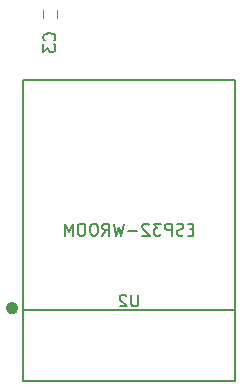
<source format=gbo>
G04 #@! TF.GenerationSoftware,KiCad,Pcbnew,(5.1.6)-1*
G04 #@! TF.CreationDate,2020-09-12T19:57:54+12:00*
G04 #@! TF.ProjectId,ESPAnt,45535041-6e74-42e6-9b69-6361645f7063,rev?*
G04 #@! TF.SameCoordinates,PX42c1d80PY8f0d180*
G04 #@! TF.FileFunction,Legend,Bot*
G04 #@! TF.FilePolarity,Positive*
%FSLAX46Y46*%
G04 Gerber Fmt 4.6, Leading zero omitted, Abs format (unit mm)*
G04 Created by KiCad (PCBNEW (5.1.6)-1) date 2020-09-12 19:57:54*
%MOMM*%
%LPD*%
G01*
G04 APERTURE LIST*
%ADD10C,0.500000*%
%ADD11C,0.150000*%
%ADD12C,0.120000*%
G04 APERTURE END LIST*
D10*
X3577981Y6696000D02*
G75*
G03*
X3577981Y6696000I-283981J0D01*
G01*
D11*
X22200000Y6550000D02*
X4200000Y6550000D01*
X4200000Y550000D02*
X4200000Y26050000D01*
X22200000Y550000D02*
X22200000Y26050000D01*
X22200000Y26050000D02*
X4200000Y26050000D01*
X22200000Y550000D02*
X4200000Y550000D01*
D12*
X7100000Y31250000D02*
X7100000Y31950000D01*
X5900000Y31950000D02*
X5900000Y31250000D01*
D11*
X13961904Y7847620D02*
X13961904Y7038096D01*
X13914285Y6942858D01*
X13866666Y6895239D01*
X13771428Y6847620D01*
X13580952Y6847620D01*
X13485714Y6895239D01*
X13438095Y6942858D01*
X13390476Y7038096D01*
X13390476Y7847620D01*
X12961904Y7752381D02*
X12914285Y7800000D01*
X12819047Y7847620D01*
X12580952Y7847620D01*
X12485714Y7800000D01*
X12438095Y7752381D01*
X12390476Y7657143D01*
X12390476Y7561905D01*
X12438095Y7419048D01*
X13009523Y6847620D01*
X12390476Y6847620D01*
X18652380Y13371429D02*
X18319047Y13371429D01*
X18176190Y12847620D02*
X18652380Y12847620D01*
X18652380Y13847620D01*
X18176190Y13847620D01*
X17795238Y12895239D02*
X17652380Y12847620D01*
X17414285Y12847620D01*
X17319047Y12895239D01*
X17271428Y12942858D01*
X17223809Y13038096D01*
X17223809Y13133334D01*
X17271428Y13228572D01*
X17319047Y13276191D01*
X17414285Y13323810D01*
X17604761Y13371429D01*
X17700000Y13419048D01*
X17747619Y13466667D01*
X17795238Y13561905D01*
X17795238Y13657143D01*
X17747619Y13752381D01*
X17700000Y13800000D01*
X17604761Y13847620D01*
X17366666Y13847620D01*
X17223809Y13800000D01*
X16795238Y12847620D02*
X16795238Y13847620D01*
X16414285Y13847620D01*
X16319047Y13800000D01*
X16271428Y13752381D01*
X16223809Y13657143D01*
X16223809Y13514286D01*
X16271428Y13419048D01*
X16319047Y13371429D01*
X16414285Y13323810D01*
X16795238Y13323810D01*
X15890476Y13847620D02*
X15271428Y13847620D01*
X15604761Y13466667D01*
X15461904Y13466667D01*
X15366666Y13419048D01*
X15319047Y13371429D01*
X15271428Y13276191D01*
X15271428Y13038096D01*
X15319047Y12942858D01*
X15366666Y12895239D01*
X15461904Y12847620D01*
X15747619Y12847620D01*
X15842857Y12895239D01*
X15890476Y12942858D01*
X14890476Y13752381D02*
X14842857Y13800000D01*
X14747619Y13847620D01*
X14509523Y13847620D01*
X14414285Y13800000D01*
X14366666Y13752381D01*
X14319047Y13657143D01*
X14319047Y13561905D01*
X14366666Y13419048D01*
X14938095Y12847620D01*
X14319047Y12847620D01*
X13890476Y13228572D02*
X13128571Y13228572D01*
X12747619Y13847620D02*
X12509523Y12847620D01*
X12319047Y13561905D01*
X12128571Y12847620D01*
X11890476Y13847620D01*
X10938095Y12847620D02*
X11271428Y13323810D01*
X11509523Y12847620D02*
X11509523Y13847620D01*
X11128571Y13847620D01*
X11033333Y13800000D01*
X10985714Y13752381D01*
X10938095Y13657143D01*
X10938095Y13514286D01*
X10985714Y13419048D01*
X11033333Y13371429D01*
X11128571Y13323810D01*
X11509523Y13323810D01*
X10319047Y13847620D02*
X10128571Y13847620D01*
X10033333Y13800000D01*
X9938095Y13704762D01*
X9890476Y13514286D01*
X9890476Y13180953D01*
X9938095Y12990477D01*
X10033333Y12895239D01*
X10128571Y12847620D01*
X10319047Y12847620D01*
X10414285Y12895239D01*
X10509523Y12990477D01*
X10557142Y13180953D01*
X10557142Y13514286D01*
X10509523Y13704762D01*
X10414285Y13800000D01*
X10319047Y13847620D01*
X9271428Y13847620D02*
X9080952Y13847620D01*
X8985714Y13800000D01*
X8890476Y13704762D01*
X8842857Y13514286D01*
X8842857Y13180953D01*
X8890476Y12990477D01*
X8985714Y12895239D01*
X9080952Y12847620D01*
X9271428Y12847620D01*
X9366666Y12895239D01*
X9461904Y12990477D01*
X9509523Y13180953D01*
X9509523Y13514286D01*
X9461904Y13704762D01*
X9366666Y13800000D01*
X9271428Y13847620D01*
X8414285Y12847620D02*
X8414285Y13847620D01*
X8080952Y13133334D01*
X7747619Y13847620D01*
X7747619Y12847620D01*
X6857142Y29366667D02*
X6904761Y29414286D01*
X6952380Y29557143D01*
X6952380Y29652381D01*
X6904761Y29795239D01*
X6809523Y29890477D01*
X6714285Y29938096D01*
X6523809Y29985715D01*
X6380952Y29985715D01*
X6190476Y29938096D01*
X6095238Y29890477D01*
X6000000Y29795239D01*
X5952380Y29652381D01*
X5952380Y29557143D01*
X6000000Y29414286D01*
X6047619Y29366667D01*
X5952380Y29033334D02*
X5952380Y28414286D01*
X6333333Y28747620D01*
X6333333Y28604762D01*
X6380952Y28509524D01*
X6428571Y28461905D01*
X6523809Y28414286D01*
X6761904Y28414286D01*
X6857142Y28461905D01*
X6904761Y28509524D01*
X6952380Y28604762D01*
X6952380Y28890477D01*
X6904761Y28985715D01*
X6857142Y29033334D01*
M02*

</source>
